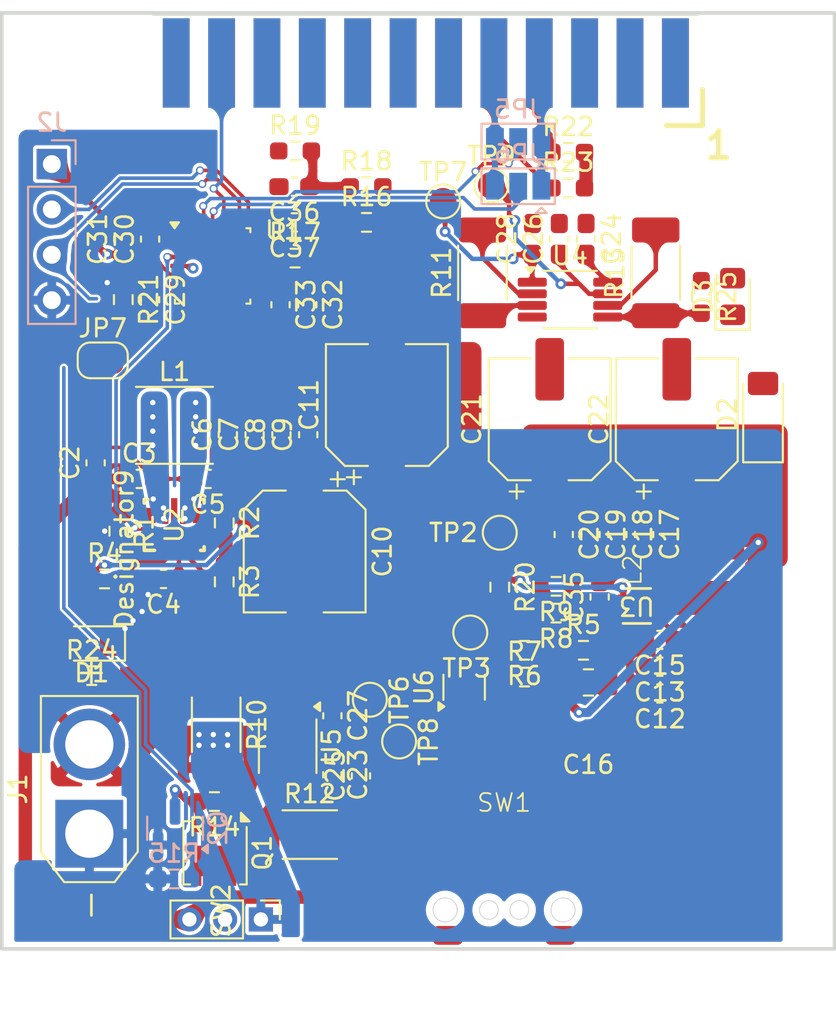
<source format=kicad_pcb>
(kicad_pcb (version 20241229) (generator "pcbnew") (generator_version "9.0")
  (layers (0 "F.Cu" signal) (2 "B.Cu" signal) (13 "F.Paste" user) (15 "B.Paste" user) (5 "F.SilkS" user "F.Silkscreen") (7 "B.SilkS" user "B.Silkscreen") (1 "F.Mask" user) (3 "B.Mask" user) (25 "Edge.Cuts" user))
  (net 0 "")
  (net 1 "GND")
  (net 2 "Net-(JP7-A)")
  (net 3 "/I_{BYPASS}_SENSE")
  (net 4 "/I_{3v3}_SENSE")
  (net 5 "Net-(JP7-B)")
  (net 6 "/I_{IN}_SENSE")
  (net 7 "/I_{5v}_SENSE")
  (net 8 "/Controlador/SWDIO")
  (net 9 "Net-(D1-A)")
  (net 10 "/Controlador/SWCLK")
  (net 11 "/C_UART_TX")
  (net 12 "/SPI.MISO")
  (net 13 "Net-(D3-A)")
  (net 14 "/SPI.CS1")
  (net 15 "/SPI.SCK")
  (net 16 "/SPI.CS0")
  (net 17 "/SPI.MOSI")
  (net 18 "/I2C0_SCL")
  (net 19 "/C_UART_RX")
  (net 20 "/Controlador/UART_RX")
  (net 21 "/Controlador/TEMP_SENSOR")
  (net 22 "/Controlador/UART_TX")
  (net 23 "Net-(U1-PA15)")
  (net 24 "Net-(Q1-G)")
  (net 25 "/BATT_BYPASS")
  (net 27 "/BYPASS_EN")
  (net 28 "/Controlador/V_{IN}_SENSE")
  (net 29 "/Controlador/V_{5V}_SENSE")
  (net 34 "Net-(U3-PG)")
  (net 35 "Net-(R20-Pad2)")
  (net 36 "/Controlador/~{RESET}")
  (net 38 "/I2C0_SDA")
  (net 39 "+5V")
  (net 40 "+3.3V")
  (net 41 "Net-(U3-FB)")
  (net 42 "Net-(L1--)")
  (net 43 "Net-(L1-+)")
  (net 44 "Net-(L2-+)")
  (net 45 "Net-(R6-Pad2)")
  (net 46 "Net-(U3-EN)")
  (net 47 "/Controlador/5V_ENABLE")
  (net 48 "Net-(U2-PS{slash}SYNC)")
  (net 49 "Net-(U2-PG)")
  (net 50 "/BATT_INPUT")
  (net 51 "/LIPO_TO_3V/3V3_OUT")
  (net 52 "+3V3")
  (net 53 "/CurrentSense_Lipo/V_IN_{1}")
  (net 54 "/BATT_BYPASS_SW/BATT_OUT")
  (net 56 "/LIPO_TO_5V/5V_OUT")
  (net 57 "/LIPO_TO_5V/AUX")
  (net 58 "/LIPO_TO_5V/FB")
  (net 59 "/Controlador/BATT_INPUT")
  (footprint "Package_SON:Diodes_PowerDI3333-8" (layer "F.Cu") (at 105.235 94.72 -90)
    (property "Reference" "Q1")
    (property "Value" "AGP30P35AP")
  )
  (footprint "Resistor_SMD:R_0603_1608Metric_Pad0.98x0.95mm_HandSolder" (layer "F.Cu") (at 121.17 79.8475 -90)
    (property "Reference" "R20")
    (property "Value" "10k")
  )
  (footprint "Package_SO:VSSOP-8_3x3mm_P0.65mm" (layer "F.Cu") (at 125.1 63.75)
    (property "Reference" "U4")
    (property "Value" "~")
  )
  (footprint "Capacitor_SMD:C_0603_1608Metric_Pad1.08x0.95mm_HandSolder" (layer "F.Cu") (at 111.8 87.05 -90)
    (property "Reference" "C27")
    (property "Value" "100n")
  )
  (footprint "Capacitor_SMD:C_0603_1608Metric_Pad1.08x0.95mm_HandSolder" (layer "F.Cu") (at 109.675 59.425 180)
    (property "Reference" "C37")
    (property "Value" "0.1u")
  )
  (footprint "Capacitor_SMD:CP_Elec_6.3x5.4" (layer "F.Cu") (at 131.076 70.4495 90)
    (property "Reference" "C22")
    (property "Value" "220u")
  )
  (footprint "Capacitor_SMD:C_0603_1608Metric_Pad1.08x0.95mm_HandSolder" (layer "F.Cu") (at 130.1285 84.2995 180)
    (property "Reference" "C13")
    (property "Value" "10u")
  )
  (footprint "AMASS:AMASS_XT30U-F_1x02_P5.0mm_Vertical" (layer "F.Cu") (at 98.2 93.65 90)
    (property "Reference" "J1")
    (property "Value" "CI_BATT")
  )
  (footprint "Resistor_SMD:R_0603_1608Metric_Pad0.98x0.95mm_HandSolder" (layer "F.Cu") (at 98.335 84.8)
    (property "Reference" "R24")
    (property "Value" "2k2")
  )
  (footprint "Resistor_SMD:R_0603_1608Metric_Pad0.98x0.95mm_HandSolder" (layer "F.Cu") (at 124.3215 81.2995 180)
    (property "Reference" "R8")
    (property "Value" "22k")
  )
  (footprint "Resistor_SMD:R_0603_1608Metric_Pad0.98x0.95mm_HandSolder" (layer "F.Cu") (at 99.05 79.3875)
    (property "Reference" "R4")
    (property "Value" "100k")
  )
  (footprint "Resistor_SMD:R_0603_1608Metric_Pad0.98x0.95mm_HandSolder" (layer "F.Cu") (at 109.7125 61.425)
    (property "Reference" "R17")
    (property "Value" "10k")
  )
  (footprint "IcaroFootprints:PSPCA_D43_Series" (layer "F.Cu") (at 132.6 78.8995 90)
    (property "Reference" "L2")
    (property "Value" "3.3u")
  )
  (footprint "Capacitor_SMD:C_0603_1608Metric_Pad1.08x0.95mm_HandSolder" (layer "F.Cu") (at 126.25 76.9 -90)
    (property "Reference" "C19")
    (property "Value" "22u")
  )
  (footprint "TestPoint:TestPoint_Pad_D1.5mm" (layer "F.Cu") (at 120.7 57.35)
    (property "Reference" "TP9")
    (property "Value" "I2")
  )
  (footprint "Capacitor_SMD:C_0603_1608Metric_Pad1.08x0.95mm_HandSolder" (layer "F.Cu") (at 101.6 63.754 -90)
    (property "Reference" "C29")
    (property "Value" "0.1u")
  )
  (footprint "Capacitor_SMD:C_0603_1608Metric_Pad1.08x0.95mm_HandSolder" (layer "F.Cu") (at 126 60.35 -90)
    (property "Reference" "C24")
    (property "Value" "100n")
  )
  (footprint "Resistor_SMD:R_2010_5025Metric_Pad1.40x2.65mm_HandSolder" (layer "F.Cu") (at 105.3 87.55 -90)
    (property "Reference" "R10")
    (property "Value" "50")
  )
  (footprint "TestPoint:TestPoint_Pad_D1.5mm" (layer "F.Cu") (at 119.519 82.3875 180)
    (property "Reference" "TP3")
    (property "Value" "3v3_PG_VCC")
  )
  (footprint "Capacitor_SMD:C_0603_1608Metric_Pad1.08x0.95mm_HandSolder" (layer "F.Cu") (at 108.95 71.3125 90)
    (property "Reference" "C8")
    (property "Value" "22u")
  )
  (footprint "Resistor_SMD:R_2010_5025Metric_Pad1.40x2.65mm_HandSolder" (layer "F.Cu") (at 129.9 62.25 90)
    (property "Reference" "R13")
    (property "Value" "50")
  )
  (footprint "Capacitor_SMD:C_0603_1608Metric_Pad1.08x0.95mm_HandSolder" (layer "F.Cu") (at 110.45 71.3125 90)
    (property "Reference" "C9")
    (property "Value" "22u")
  )
  (footprint "Capacitor_SMD:C_0603_1608Metric_Pad1.08x0.95mm_HandSolder" (layer "F.Cu") (at 130.1285 85.7995 180)
    (property "Reference" "C12")
    (property "Value" "10u")
  )
  (footprint "Resistor_SMD:R_0603_1608Metric_Pad0.98x0.95mm_HandSolder" (layer "F.Cu") (at 109.7125 55.425)
    (property "Reference" "R19")
    (property "Value" "10k")
  )
  (footprint "Package_SO:VSSOP-8_3x3mm_P0.65mm" (layer "F.Cu") (at 109.3 88.75 -90)
    (property "Reference" "U5")
    (property "Value" "~")
  )
  (footprint "Capacitor_SMD:C_0603_1608Metric_Pad1.08x0.95mm_HandSolder" (layer "F.Cu") (at 124.5 60.35 90)
    (property "Reference" "C26")
    (property "Value" "100n")
  )
  (footprint "IcaroFootprints:SideSwitch_2.7_4.65" (layer "F.Cu") (at 121.412 97.917)
    (property "Reference" "SW1")
    (property "Value" "RESET")
    (fp_circle (center -3.3 0) (end -2.625 0) (stroke (width 0.05)) (fill no) (layer "Edge.Cuts"))
    (fp_circle (center -0.85 0) (end -0.325 0) (stroke (width 0.05)) (fill no) (layer "Edge.Cuts"))
    (fp_circle (center 0.85 0) (end 1.375 0) (stroke (width 0.05)) (fill no) (layer "Edge.Cuts"))
    (fp_circle (center 3.3 0) (end 3.975 0) (stroke (width 0.05)) (fill no) (layer "Edge.Cuts"))
  )
  (footprint "Capacitor_SMD:C_0603_1608Metric_Pad1.08x0.95mm_HandSolder" (layer "F.Cu") (at 111.8 90.35 -90)
    (property "Reference" "C23")
    (property "Value" "100n")
  )
  (footprint "Capacitor_SMD:C_0603_1608Metric_Pad1.08x0.95mm_HandSolder" (layer "F.Cu") (at 108.9 64.0375 -90)
    (property "Reference" "C33")
    (property "Value" "22n")
  )
  (footprint "TestPoint:TestPoint_Pad_D1.5mm" (layer "F.Cu") (at 121.17 76.7995 180)
    (property "Reference" "TP2")
    (property "Value" "3v3_PG")
  )
  (footprint "TestPoint:TestPoint_Pad_D1.5mm" (layer "F.Cu") (at 118 58.25)
    (property "Reference" "TP7")
    (property "Value" "I1")
  )
  (footprint "Resistor_SMD:R_0603_1608Metric_Pad0.98x0.95mm_HandSolder" (layer "F.Cu") (at 122.5535 84.8815)
    (property "Reference" "R7")
    (property "Value" "22k")
  )
  (footprint "Resistor_SMD:R_2010_5025Metric_Pad1.40x2.65mm_HandSolder" (layer "F.Cu") (at 110.5375 93.7)
    (property "Reference" "R12")
    (property "Value" "50")
  )
  (footprint "IcaroFootprints:Connector_Icaro_Edge_tarjeta" (layer "F.Cu") (at 117.01 50.5)
    (property "Reference" "J3" (hide yes))
    (property "Value" "CIO_MAIN_CONNECTOR")
    (fp_line (start 15.24 -2.75) (end -15.24 -2.75) (stroke (width 0.2)) (layer "Edge.Cuts"))
  )
  (footprint "Capacitor_SMD:C_0603_1608Metric_Pad1.08x0.95mm_HandSolder" (layer "F.Cu") (at 98.55 72.8875 90)
    (property "Reference" "C2")
    (property "Value" "10u")
  )
  (footprint "Resistor_SMD:R_0603_1608Metric_Pad0.98x0.95mm_HandSolder" (layer "F.Cu") (at 105.2 91.85 180)
    (property "Reference" "R14")
    (property "Value" "1Meg")
  )
  (footprint "Connector_PinHeader_2.00mm:PinHeader_1x03_P2.00mm_Vertical" (layer "F.Cu") (at 107.8 98.45 -90)
    (property "Reference" "SW2")
    (property "Value" "SW_SPDT_312")
  )
  (footprint "Resistor_SMD:R_0603_1608Metric_Pad0.98x0.95mm_HandSolder" (layer "F.Cu") (at 100.1 63.75 -90)
    (property "Reference" "R21")
    (property "Value" "10k")
  )
  (footprint "Capacitor_SMD:CP_Elec_6.3x5.4" (layer "F.Cu") (at 110.25 77.85 -90)
    (property "Reference" "C10")
    (property "Value" "220u")
  )
  (footprint "LED_SMD:LED_0805_2012Metric_Pad1.15x1.40mm_HandSolder" (layer "F.Cu") (at 134.2 63.575 90)
    (property "Reference" "D3")
    (property "Value" "LED")
  )
  (footprint "IcaroFootprints:RNM0015A" (layer "F.Cu") (at 102.95 76.362499 90)
    (property "Reference" "U2")
    (property "Value" "TPS63070")
  )
  (footprint "Capacitor_SMD:C_0603_1608Metric_Pad1.08x0.95mm_HandSolder" (layer "F.Cu") (at 107.45 71.3125 90)
    (property "Reference" "C7")
    (property "Value" "22u")
  )
  (footprint "Capacitor_SMD:CP_Elec_6.3x5.4" (layer "F.Cu") (at 114.85 69.65 90)
    (property "Reference" "C11")
    (property "Value" "220u")
  )
  (footprint "Capacitor_SMD:C_0603_1608Metric_Pad1.08x0.95mm_HandSolder" (layer "F.Cu") (at 105.95 71.3125 90)
    (property "Reference" "C6")
    (property "Value" "22u")
  )
  (footprint "Resistor_SMD:R_0603_1608Metric_Pad0.98x0.95mm_HandSolder" (layer "F.Cu") (at 105.75 79.55 -90)
    (property "Reference" "R3")
    (property "Value" "130k")
  )
  (footprint "Capacitor_SMD:C_0603_1608Metric_Pad1.08x0.95mm_HandSolder" (layer "F.Cu") (at 130.1285 82.7995 180)
    (property "Reference" "C15")
    (property "Value" "100n")
  )
  (footprint "Diode_SMD:D_MiniMELF" (layer "F.Cu") (at 135.902 70.1955 90)
    (property "Reference" "D2")
    (property "Value" "ZMM3v3")
  )
  (footprint "Resistor_SMD:R_0603_1608Metric_Pad0.98x0.95mm_HandSolder" (layer "F.Cu") (at 99.85 76.7125 -90)
    (property "Reference" "R1")
    (property "Value" "10k")
  )
  (footprint "Resistor_SMD:R_0603_1608Metric_Pad0.98x0.95mm_HandSolder" (layer "F.Cu") (at 125 57.5)
    (property "Reference" "R23")
    (property "Value" "2k2")
  )
  (footprint "Capacitor_SMD:C_0603_1608Metric_Pad1.08x0.95mm_HandSolder" (layer "F.Cu") (at 100.9875 73.7875)
    (property "Reference" "C3")
    (property "Value" "10u")
  )
  (footprint "Resistor_SMD:R_0603_1608Metric_Pad0.98x0.95mm_HandSolder" (layer "F.Cu") (at 132.45 63.6 -90)
    (property "Reference" "R25")
    (property "Value" "2k2")
  )
  (footprint "Capacitor_SMD:C_0603_1608Metric_Pad1.08x0.95mm_HandSolder" (layer "F.Cu") (at 102.35 79.3875 180)
    (property "Reference" "C4")
    (property "Value" "10n")
  )
  (footprint "Capacitor_SMD:C_0805_2012Metric_Pad1.18x1.45mm_HandSolder" (layer "F.Cu") (at 126.1285 85.1815 180)
    (property "Reference" "C16")
    (property "Value" "30p")
  )
  (footprint "Capacitor_SMD:C_0603_1608Metric_Pad1.08x0.95mm_HandSolder" (layer "F.Cu") (at 123 60.35 90)
    (property "Reference" "C28")
    (property "Value" "100n")
  )
  (footprint "LED_SMD:LED_0805_2012Metric_Pad1.15x1.40mm_HandSolder" (layer "F.Cu") (at 98.3375 83 180)
    (property "Reference" "D1")
    (property "Value" "LED")
  )
  (footprint "Capacitor_SMD:C_0603_1608Metric_Pad1.08x0.95mm_HandSolder" (layer "F.Cu") (at 110.4 64.0375 -90)
    (property "Reference" "C32")
    (property "Value" "10u")
  )
  (footprint "Resistor_SMD:R_0603_1608Metric_Pad0.98x0.95mm_HandSolder" (layer "F.Cu") (at 125.8535 83.3815)
    (property "Reference" "R5")
    (property "Value" "10k")
  )
  (footprint "Resistor_SMD:R_0603_1608Metric_Pad0.98x0.95mm_HandSolder" (layer "F.Cu") (at 105.75 76.25 -90)
    (property "Reference" "R2")
    (property "Value" "680k")
  )
  (footprint "Capacitor_SMD:C_0603_1608Metric_Pad1.08x0.95mm_HandSolder" (layer "F.Cu") (at 124.75 76.9 -90)
    (property "Reference" "C20")
    (property "Value" "22u")
  )
  (footprint "Inductor_SMD:L_Coilcraft_XxL4040" (layer "F.Cu") (at 102.965 70.7875)
    (property "Reference" "L1")
    (property "Value" "1.5u")
  )
  (footprint "Resistor_SMD:R_0603_1608Metric_Pad0.98x0.95mm_HandSolder" (layer "F.Cu") (at 124.3215 79.7995 180)
    (property "Reference" "R9")
    (property "Value" "22k")
  )
  (footprint "Capacitor_SMD:C_0603_1608Metric_Pad1.08x0.95mm_HandSolder" (layer "F.Cu") (at 127.75 76.9 -90)
    (property "Reference" "C18")
    (property "Value" "22u")
  )
  (footprint "Capacitor_SMD:C_0603_1608Metric_Pad1.08x0.95mm_HandSolder" (layer "F.Cu") (at 126.758 80.3995 90)
    (property "Reference" "C35")
    (property "Value" "100n")
  )
  (footprint "Resistor_SMD:R_0603_1608Metric_Pad0.98x0.95mm_HandSolder" (layer "F.Cu") (at 125 55.5)
    (property "Reference" "R22")
    (property "Value" "2k2")
  )
  (footprint "TestPoint:TestPoint_Pad_D1.5mm" (layer "F.Cu") (at 115.5375 88.4875 -90)
    (property "Reference" "TP8")
    (property "Value" "I2")
  )
  (footprint "Resistor_SMD:R_0603_1608Metric_Pad0.98x0.95mm_HandSolder" (layer "F.Cu") (at 113.7125 57.425)
    (property "Reference" "R18")
    (property "Value" "10k")
  )
  (footprint "Capacitor_SMD:C_0603_1608Metric_Pad1.08x0.95mm_HandSolder" (layer "F.Cu") (at 101.6 60.3625 90)
    (property "Reference" "C30")
    (property "Value" "10u")
  )
  (footprint "Capacitor_SMD:C_0603_1608Metric_Pad1.08x0.95mm_HandSolder" (layer "F.Cu") (at 100.1 60.3625 90)
    (property "Reference" "C31")
    (property "Value" "22n")
  )
  (footprint "Resistor_SMD:R_0603_1608Metric_Pad0.98x0.95mm_HandSolder" (layer "F.Cu") (at 122.5535 83.3815 180)
    (property "Reference" "R6")
    (property "Value" "22k")
  )
  (footprint "Capacitor_SMD:CP_Elec_6.3x5.4" (layer "F.Cu") (at 123.964 70.4495 90)
    (property "Reference" "C21")
    (property "Value" "220u")
  )
  (footprint "Capacitor_SMD:C_0603_1608Metric_Pad1.08x0.95mm_HandSolder" (layer "F.Cu") (at 129.25 76.9 -90)
    (property "Reference" "C17")
    (property "Value" "22u")
  )
  (footprint "Resistor_SMD:R_2010_5025Metric_Pad1.40x2.65mm_HandSolder" (layer "F.Cu") (at 120.2 62.25 90)
    (property "Reference" "R11")
    (property "Value" "50")
  )
  (footprint "Package_DFN_QFN:QFN-28_4x4mm_P0.5mm" (layer "F.Cu") (at 105.1 61.8625)
    (property "Reference" "U1")
    (property "Value" "STM32L031G6Ux")
  )
  (footprint "Capacitor_SMD:C_0603_1608Metric_Pad1.08x0.95mm_HandSolder" (layer "F.Cu") (at 113.4 90.4125 90)
    (property "Reference" "C25")
    (property "Value" "100n")
  )
  (footprint "Jumper:SolderJumper-2_P1.3mm_Open_RoundedPad1.0x1.5mm" (layer "F.Cu") (at 98.95 67.15)
    (property "Reference" "JP7")
    (property "Value" "boot_jumper")
  )
  (footprint "Package_TO_SOT_SMD:SOT-353_SC-70-5" (layer "F.Cu") (at 119.176 85.4495 90)
    (property "Reference" "U6")
    (property "Value" "TMP20AIDCK")
  )
  (footprint "Capacitor_SMD:C_0603_1608Metric_Pad1.08x0.95mm_HandSolder" (layer "F.Cu") (at 109.675 57.425 180)
    (property "Reference" "C36")
    (property "Value" "0.1u")
  )
  (footprint "TestPoint:TestPoint_Pad_D1.5mm" (layer "F.Cu") (at 113.9 86.15 -90)
    (property "Reference" "TP6")
    (property "Value" "I1")
  )
  (footprint "Resistor_SMD:R_0603_1608Metric_Pad0.98x0.95mm_HandSolder" (layer "F.Cu") (at 113.7125 59.425)
    (property "Reference" "R16")
    (property "Value" "R_Small")
  )
  (footprint "IcaroFootprints:TPS564242DRLR_TEX" (layer "F.Cu") (at 128.8403 80.899374 180)
    (property "Reference" "U3")
    (property "Value" "~")
  )
  (footprint "Capacitor_SMD:C_0603_1608Metric_Pad1.08x0.95mm_HandSolder" (layer "F.Cu") (at 104.85 73.7875 180)
    (property "Reference" "C5")
    (property "Value" "10u")
  )
  (footprint "Jumper:SolderJumper-3_P1.3mm_Open_Pad1.0x1.5mm" (layer "B.Cu") (at 122.2 54.9 180)
    (property "Reference" "JP5")
    (property "Value" "TX")
  )
  (footprint "Jumper:SolderJumper-3_P1.3mm_Open_Pad1.0x1.5mm" (layer "B.Cu") (at 122.2 57.4 180)
    (property "Reference" "JP6")
    (property "Value" "RX")
  )
  (footprint "Package_TO_SOT_SMD:SOT-23" (layer "B.Cu") (at 102.997 93.345 90)
    (property "Reference" "Q2")
    (property "Value" "IRLM2502")
  )
  (footprint "Connector_PinHeader_2.54mm:PinHeader_1x04_P2.54mm_Vertical" (layer "B.Cu") (at 96.1 56.16 180)
    (property "Reference" "J2")
    (property "Value" "SW-DP")
  )
  (footprint "Resistor_SMD:R_0603_1608Metric_Pad0.98x0.95mm_HandSolder" (layer "B.Cu") (at 102.947 96.1825 180)
    (property "Reference" "R15")
    (property "Value" "1Meg")
  )
  (gr_rect (start 93.3 47.7) (end 139.9 100.1) (stroke (width 0.2)) (fill no) (layer "Edge.Cuts"))
  (segment (start 100.19825 82.16425) (end 100.64275 81.71975) (width 0.75) (layer "F.Cu") (net 1))
  (segment (start 100.0875 72.025) (end 98.55 72.025) (width 0.2) (layer "F.Cu") (net 1))
  (segment (start 100.58649 77.087499) (end 101.55 77.087499) (width 0.2) (layer "F.Cu") (net 1))
  (segment (start 100.1 62.8375) (end 99.2375 62.8375) (width 0.3) (layer "F.Cu") (net 1))
  (segment (start 103.926 76.5875) (end 103.699998 76.813502) (width 0.25) (layer "F.Cu") (net 1))
  (segment (start 101.85 73.7875) (end 100.0875 72.025) (width 0.2) (layer "F.Cu") (net 1))
  (segment (start 103.699998 76.813502) (end 103.699998 77.512499) (width 0.25) (layer "F.Cu") (net 1))
  (segment (start 103.235 59.5) (end 101.6 59.5) (width 0.3) (layer "F.Cu") (net 1))
  (segment (start 103.699998 78.137498) (end 105.75 80.1875) (width 0.25) (layer "F.Cu") (net 1))
  (segment (start 108.7125 61.425) (end 108.7125 59.5) (width 0.5) (layer "F.Cu") (net 1))
  (segment (start 100.1 59.5) (end 101.6 59.5) (width 0.6) (layer "F.Cu") (net 1))
  (segment (start 101.15075 81.21175) (end 101.4875 80.875) (width 0.75) (layer "F.Cu") (net 1))
  (segment (start 104.35 76.5875) (end 103.926 76.5875) (width 0.25) (layer "F.Cu") (net 1))
  (segment (start 103.9875 73.7875) (end 101.85 73.7875) (width 0.2) (layer "F.Cu") (net 1))
  (segment (start 103.699998 77.512499) (end 103.699998 78.137498) (width 0.25) (layer "F.Cu") (net 1))
  (segment (start 103.235 59.5) (end 103.6 59.865) (width 0.3) (layer "F.Cu") (net 1))
  (segment (start 100.206991 76.708) (end 100.58649 77.087499) (width 0.2) (layer "F.Cu") (net 1))
  (segment (start 101.4875 80.264) (end 101.4875 79.3875) (width 0.75) (layer "F.Cu") (net 1))
  (segment (start 101.4875 80.875) (end 101.4875 80.264) (width 0.75) (layer "F.Cu") (net 1))
  (segment (start 99.3625 83) (end 100.19825 82.16425) (width 0.75) (layer "F.Cu") (net 1))
  (segment (start 108.7125 59.5) (end 108.6375 59.425) (width 0.5) (layer "F.Cu") (net 1))
  (segment (start 99.06 76.708) (end 100.206991 76.708) (width 0.2) (layer "F.Cu") (net 1))
  (segment (start 110.45 70.45) (end 105.95 70.45) (width 0.75) (layer "F.Cu") (net 1))
  (segment (start 99.2375 62.8375) (end 99.2 62.8) (width 0.3) (layer "F.Cu") (net 1))
  (segment (start 100.64275 81.71975) (end 101.15075 81.21175) (width 0.75) (layer "F.Cu") (net 1))
  (via (at 101.4875 80.264) (size 0.6) (drill 0.3) (layers "F.Cu" "B.Cu") (net 1))
  (via (at 100.64275 81.71975) (size 0.6) (drill 0.3) (layers "F.Cu" "B.Cu") (net 1))
  (via (at 100.19825 82.16425) (size 0.6) (drill 0.3) (layers "F.Cu" "B.Cu") (net 1))
  (via (at 99.2 62.8) (size 0.45) (drill 0.3) (layers "F.Cu" "B.Cu") (net 1))
  (via (at 101.15075 81.21175) (size 0.6) (drill 0.3) (layers "F.Cu" "B.Cu") (net 1))
  (via (at 99.06 76.708) (size 0.45) (drill 0.3) (layers "F.Cu" "B.Cu") (net 1))
  (segment (start 112.6 92.075) (end 113.4 91.275) (width 0.2) (layer "F.Cu") (net 3))
  (segment (start 109.625 90.8625) (end 109.625 91.674999) (width 0.2) (layer "F.Cu") (net 3))
  (segment (start 110.025001 92.075) (end 112.6 92.075) (width 0.2) (layer "F.Cu") (net 3))
  (segment (start 109.625 91.674999) (end 110.025001 92.075) (width 0.2) (layer "F.Cu") (net 3))
  (segment (start 125.6725 62.9225) (end 125.615 62.865) (width 0.25) (layer "F.Cu") (net 4))
  (segment (start 125.6725 62.9225) (end 126.175 63.425) (width 0.25) (layer "F.Cu") (net 4))
  (segment (start 122.021268 59.314402) (end 121.692993 58.986127) (width 0.25) (layer "F.Cu") (net 4))
  (segment (start 124.5 61.75) (end 125.6725 62.9225) (width 0.25) (layer "F.Cu") (net 4))
  (segment (start 124.5 61.2125) (end 124.5 61.75) (width 0.25) (layer "F.Cu") (net 4))
  (segment (start 121.692993 58.986127) (end 121.692993 58.342993) (width 0.25) (layer "F.Cu") (net 4))
  (segment (start 121.692993 58.342993) (end 120.7 57.35) (width 0.25) (layer "F.Cu") (net 4))
  (segment (start 125.615 62.865) (end 124.587 62.865) (width 0.25) (layer "F.Cu") (net 4))
  (segment (start 126.175 63.425) (end 127.2125 63.425) (width 0.25) (layer "F.Cu") (net 4))
  (via (at 122.021268 59.314402) (size 0.6) (drill 0.3) (layers "F.Cu" "B.Cu") (net 4))
  (via (at 124.587 62.865) (size 0.6) (drill 0.3) (layers "F.Cu" "B.Cu") (net 4))
  (segment (start 122.021268 59.314402) (end 122.047 59.340134) (width 0.25) (layer "B.Cu") (net 4))
  (segment (start 122.047 59.340134) (end 122.047 60.325) (width 0.25) (layer "B.Cu") (net 4))
  (segment (start 122.047 60.325) (end 124.587 62.865) (width 0.25) (layer "B.Cu") (net 4))
  (segment (start 122.9875 62.775) (end 122.9875 61.225) (width 0.25) (layer "F.Cu") (net 7))
  (segment (start 122.9875 61.225) (end 123 61.2125) (width 0.25) (layer "F.Cu") (net 7))
  (segment (start 118.11 59.944) (end 118.11 58.36) (width 0.25) (layer "F.Cu") (net 7))
  (segment (start 122.1755 61.2125) (end 121.92 61.468) (width 0.25) (layer "F.Cu") (net 7))
  (segment (start 123 61.2125) (end 122.1755 61.2125) (width 0.25) (layer "F.Cu") (net 7))
  (segment (start 118.11 58.36) (end 118 58.25) (width 0.25) (layer "F.Cu") (net 7))
  (via (at 118.11 59.944) (size 0.6) (drill 0.3) (layers "F.Cu" "B.Cu") (net 7))
  (via (at 121.92 61.468) (size 0.6) (drill 0.3) (layers "F.Cu" "B.Cu") (net 7))
  (segment (start 121.92 61.468) (end 119.634 61.468) (width 0.25) (layer "B.Cu") (net 7))
  (segment (start 119.634 61.468) (end 118.11 59.944) (width 0.25) (layer "B.Cu") (net 7))
  (segment (start 107.0975 60.3625) (end 107.0975 58.29446) (width 0.2) (layer "F.Cu") (net 8))
  (segment (start 107.0975 58.29446) (end 105.31804 56.515) (width 0.2) (layer "F.Cu") (net 8))
  (segment (start 105.31804 56.515) (end 104.394 56.515) (width 0.2) (layer "F.Cu") (net 8))
  (via (at 104.394 56.515) (size 0.45) (drill 0.3) (layers "F.Cu" "B.Cu") (net 8))
  (segment (start 99.735 57.141138) (end 98.176138 58.7) (width 0.2) (layer "B.Cu") (net 8))
  (segment (start 100.198862 56.949) (end 100.023 56.949) (width 0.2) (layer "B.Cu") (net 8))
  (segment (start 104.394 56.515) (end 103.96 56.949) (width 0.2) (layer "B.Cu") (net 8))
  (segment (start 103.96 56.949) (end 100.198862 56.949) (width 0.2) (layer "B.Cu") (net 8))
  (segment (start 98.176138 58.7) (end 96.1 58.7) (width 0.2) (layer "B.Cu") (net 8))
  (segment (start 99.927138 56.949) (end 99.735 57.141138) (width 0.2) (layer "B.Cu") (net 8))
  (segment (start 100.023 56.949) (end 99.927138 56.949) (width 0.2) (layer "B.Cu") (net 8))
  (segment (start 97.315 84.69) (end 97.425 84.8) (width 0.2) (layer "F.Cu") (net 9))
  (segment (start 97.3125 84.69) (end 97.4225 84.8) (width 0.3) (layer "F.Cu") (net 9))
  (segment (start 97.3125 83) (end 97.3125 84.69) (width 0.3) (layer "F.Cu") (net 9))
  (segment (start 105.365178 57.026) (end 104.772 57.026) (width 0.2) (layer "F.Cu") (net 10))
  (segment (start 106.6 59.865) (end 106.6 58.260822) (width 0.2) (layer "F.Cu") (net 10))
  (segment (start 106.6 58.260822) (end 105.365178 57.026) (width 0.2) (layer "F.Cu") (net 10))
  (segment (start 104.772 57.026) (end 104.521 57.277) (width 0.2) (layer "F.Cu") (net 10))
  (via (at 104.521 57.277) (size 0.45) (drill 0.3) (layers "F.Cu" "B.Cu") (net 10))
  (segment (start 98.2 63.7) (end 96.3 61.8) (width 0.2) (layer "B.Cu") (net 10))
  (segment (start 104.521 57.277) (end 100.063 57.277) (width 0.2) (layer "B.Cu") (net 10))
  (segment (start 96.3 61.8) (end 96.3 61) (width 0.2) (layer "B.Cu") (net 10))
  (segment (start 100.063 57.277) (end 96.1 61.24) (width 0.2) (layer "B.Cu") (net 10))
  (segment (start 98.6 63.7) (end 98.2 63.7) (width 0.2) (layer "B.Cu") (net 10))
  (segment (start 123.5 50.62) (end 123.38 50.5) (width 0.3) (layer "B.Cu") (net 11))
  (segment (start 123.5 57.4) (end 123.5 54.9) (width 0.3) (layer "B.Cu") (net 11))
  (segment (start 123.5 54.9) (end 123.5 50.62) (width 0.3) (layer "B.Cu") (net 11))
  (segment (start 105.724999 58.099999) (end 105.156 57.531) (width 0.2) (layer "F.Cu") (net 15))
  (segment (start 105.724999 59.800001) (end 105.724999 58.099999) (width 0.2) (layer "F.Cu") (net 15))
  (segment (start 105.6 59.925) (end 105.724999 59.800001) (width 0.2) (layer "F.Cu") (net 15))
  (via (at 105.156 57.531) (size 0.45) (drill 0.3) (layers "F.Cu" "B.Cu") (net 15))
  (segment (start 105.6 57.087) (end 105.6 50.5) (width 0.2) (layer "B.Cu") (net 15))
  (segment (start 105.156 57.531) (end 105.6 57.087) (width 0.2) (layer "B.Cu") (net 15))
  (segment (start 124 57.5) (end 120.84 54.34) (width 0.25) (layer "F.Cu") (net 18))
  (segment (start 120.84 54.34) (end 120.84 50.5) (width 0.25) (layer "F.Cu") (net 18))
  (segment (start 120.9 54.9) (end 120.9 50.56) (width 0.3) (layer "B.Cu") (net 19))
  (segment (start 120.9 50.56) (end 120.84 50.5) (width 0.3) (layer "B.Cu") (net 19))
  (segment (start 120.9 57.4) (end 120.9 54.9) (width 0.3) (layer "B.Cu") (net 19))
  (segment (start 119.814371 56.577801) (end 120.258172 56.134) (width 0.2) (layer "F.Cu") (net 20))
  (segment (start 104.57462 58.51031) (end 104.6 58.53569) (width 0.2) (layer "F.Cu") (net 20))
  (segment (start 104.6 58.53569) (end 104.6 59.925) (width 0.2) (layer "F.Cu") (net 20))
  (segment (start 120.258172 56.134) (end 121.666 56.134) (width 0.2) (layer "F.Cu") (net 20))
  (via (at 104.57462 58.51031) (size 0.45) (drill 0.3) (layers "F.Cu" "B.Cu") (net 20))
  (via (at 119.814371 56.577801) (size 0.45) (drill 0.3) (layers "F.Cu" "B.Cu") (net 20))
  (via (at 121.666 56.134) (size 0.45) (drill 0.3) (layers "F.Cu" "B.Cu") (net 20))
  (segment (start 122.174 54.926) (end 122.2 54.9) (width 0.2) (layer "B.Cu") (net 20))
  (segment (start 104.57462 58.51031) (end 104.696379 58.388551) (width 0.2) (layer "B.Cu") (net 20))
  (segment (start 122.174 55.626) (end 122.174 54.926) (width 0.2) (layer "B.Cu") (net 20))
  (segment (start 104.696379 58.388551) (end 104.696379 58.371621) (width 0.2) (layer "B.Cu") (net 20))
  (segment (start 119.814371 56.715629) (end 119.814371 56.577801) (width 0.2) (layer "B.Cu") (net 20))
  (segment (start 121.666 56.134) (end 122.174 55.626) (width 0.2) (layer "B.Cu") (net 20))
  (segment (start 104.976 58.092) (end 109.338138 58.092) (width 0.2) (layer "B.Cu") (net 20))
  (segment (start 109.719138 57.711) (end 118.819 57.711) (width 0.2) (layer "B.Cu") (net 20))
  (segment (start 109.338138 58.092) (end 109.719138 57.711) (width 0.2) (layer "B.Cu") (net 20))
  (segment (start 104.696379 58.371621) (end 104.976 58.092) (width 0.2) (layer "B.Cu") (net 20))
  (segment (start 118.819 57.711) (end 119.814371 56.715629) (width 0.2) (layer "B.Cu") (net 20))
  (segment (start 105.156 58.801) (end 105.1 58.857) (width 0.2) (layer "F.Cu") (net 22))
  (segment (start 105.1 58.857) (end 105.1 59.925) (width 0.2) (layer "F.Cu") (net 22))
  (via (at 105.156 58.801) (size 0.45) (drill 0.3) (layers "F.Cu" "B.Cu") (net 22))
  (segment (start 121.876 58.674) (end 122.2 58.35) (width 0.2) (layer "B.Cu") (net 22))
  (segment (start 119.126 58.039) (end 119.761 58.674) (width 0.2) (layer "B.Cu") (net 22))
  (segment (start 122.2 58.35) (end 122.2 57.4) (width 0.2) (layer "B.Cu") (net 22))
  (segment (start 105.537 58.42) (end 109.474 58.42) (width 0.2) (layer "B.Cu") (net 22))
  (segment (start 119.761 58.674) (end 121.876 58.674) (width 0.2) (layer "B.Cu") (net 22))
  (segment (start 109.855 58.039) (end 119.126 58.039) (width 0.2) (layer "B.Cu") (net 22))
  (segment (start 109.474 58.42) (end 109.855 58.039) (width 0.2) (layer "B.Cu") (net 22))
  (segment (start 105.156 58.801) (end 105.537 58.42) (width 0.2) (layer "B.Cu") (net 22))
  (segment (start 103.661 91.85) (end 102.997 91.186) (width 0.3) (layer "F.Cu") (net 24))
  (segment (start 104.2875 91.85) (end 103.661 91.85) (width 0.3) (layer "F.Cu") (net 24))
  (segment (start 104.2875 91.85) (end 104.2875 93.1925) (width 0.3) (layer "F.Cu") (net 24))
  (segment (start 104.2875 93.1925) (end 104.26 93.22) (width 0.3) (layer "F.Cu") (net 24))
  (via (at 102.997 91.186) (size 0.6) (drill 0.3) (layers "F.Cu" "B.Cu") (net 24))
  (segment (start 102.997 91.186) (end 102.997 92.4075) (width 0.3) (layer "B.Cu") (net 24))
  (segment (start 108.975 90.8625) (end 108.975 91.674999) (width 0.2) (layer "F.Cu") (net 25))
  (segment (start 108.975 91.674999) (end 111.000001 93.7) (width 0.2) (layer "F.Cu") (net 25))
  (segment (start 111.000001 93.7) (end 112.9375 93.7) (width 0.2) (layer "F.Cu") (net 25))
  (segment (start 103.947 94.2825) (end 103.947 91.247) (width 0.2) (layer "B.Cu") (net 27))
  (segment (start 96.774 81.026) (end 96.774 67.564) (width 0.2) (layer "B.Cu") (net 27))
  (segment (start 101.346 88.646) (end 101.346 85.598) (width 0.2) (layer "B.Cu") (net 27))
  (segment (start 103.947 91.247) (end 101.346 88.646) (width 0.2) (layer "B.Cu") (net 27))
  (segment (start 103.947 96.095) (end 103.8595 96.1825) (width 0.2) (layer "B.Cu") (net 27))
  (segment (start 103.947 94.2825) (end 103.947 96.095) (width 0.2) (layer "B.Cu") (net 27))
  (segment (start 101.346 85.598) (end 96.774 81.026) (width 0.2) (layer "B.Cu") (net 27))
  (segment (start 112.7125 59.425) (end 110.7125 59.425) (width 0.5) (layer "F.Cu") (net 28))
  (segment (start 110.7125 59.425) (end 110.7125 61.425) (width 0.5) (layer "F.Cu") (net 28))
  (segment (start 112.7125 57.425) (end 110.7875 57.425) (width 0.5) (layer "F.Cu") (net 29))
  (segment (start 110.7125 57.425) (end 110.7125 55.425) (width 0.5) (layer "F.Cu") (net 29))
  (segment (start 121.7015 79.4665) (end 121.17 78.935) (width 0.3) (layer "F.Cu") (net 34))
  (segment (start 122.313 79.4665) (end 121.7015 79.4665) (width 0.3) (layer "F.Cu") (net 34))
  (segment (start 128.091 80.399248) (end 128.091 79.9105) (width 0.3) (layer "F.Cu") (net 34))
  (segment (start 121.17 78.935) (end 121.17 76.7995) (width 0.3) (layer "F.Cu") (net 34))
  (segment (start 128.091 79.9105) (end 128.028 79.8475) (width 0.3) (layer "F.Cu") (net 34))
  (via (at 128.028 79.8475) (size 0.6) (drill 0.3) (layers "F.Cu" "B.Cu") (net 34))
  (via (at 122.313 79.4665) (size 0.6) (drill 0.3) (layers "F.Cu" "B.Cu") (net 34))
  (segment (start 122.694 79.8475) (end 128.028 79.8475) (width 0.3) (layer "B.Cu") (net 34))
  (segment (start 122.313 79.4665) (end 122.694 79.8475) (width 0.3) (layer "B.Cu") (net 34))
  (segment (start 121.1465 80.76) (end 119.519 82.3875) (width 0.3) (layer "F.Cu") (net 35))
  (segment (start 121.17 80.76) (end 121.1465 80.76) (width 0.3) (layer "F.Cu") (net 35))
  (segment (start 103.878016 61.8625) (end 104.009621 61.994105) (width 0.2) (layer "F.Cu") (net 36))
  (segment (start 103.1625 61.8625) (end 103.878016 61.8625) (width 0.2) (layer "F.Cu") (net 36))
  (via (at 104.009621 61.994105) (size 0.6) (drill 0.3) (layers "F.Cu" "B.Cu") (net 36))
  (segment (start 124 55.5) (end 124 54.5) (width 0.25) (layer "F.Cu") (net 38))
  (segment (start 123.38 53.88) (end 123.38 50.5) (width 0.25) (layer "F.Cu") (net 38))
  (segment (start 124 54.5) (end 123.38 53.88) (width 0.25) (layer "F.Cu") (net 38))
  (segment (start 120.2 61.399) (end 120.2 59.85) (width 0.25) (layer "F.Cu") (net 39))
  (segment (start 122.226 63.425) (end 120.2 61.399) (width 0.25) (layer "F.Cu") (net 39))
  (segment (start 122.9875 63.425) (end 122.226 63.425) (width 0.25) (layer "F.Cu") (net 39))
  (segment (start 99.225 61.225) (end 100.1 61.225) (width 0.2) (layer "F.Cu") (net 40))
  (segment (start 127.2125 64.075) (end 127.913038 64.075) (width 0.25) (layer "F.Cu") (net 40))
  (segment (start 99.2 61.2) (end 99.225 61.225) (width 0.2) (layer "F.Cu") (net 40))
  (segment (start 108.0875 62.3625) (end 108.9 63.175) (width 0.2) (layer "F.Cu") (net 40))
  (segment (start 126 55.5) (end 126 57.5) (width 0.75) (layer "F.Cu") (net 40))
  (segment (start 102.7375 62.3625) (end 101.6 61.225) (width 0.2) (layer "F.Cu") (net 40))
  (segment (start 99.173 61.2) (end 99.2 61.2) (width 0.3) (layer "F.Cu") (net 40))
  (segment (start 103.1625 62.3625) (end 102.7375 62.3625) (width 0.2) (layer "F.Cu") (net 40))
  (segment (start 96.1 56.16) (end 98.806 58.866) (width 0.3) (layer "F.Cu") (net 40))
  (segment (start 101.6 61.225) (end 102.4625 60.3625) (width 0.2) (layer "F.Cu") (net 40))
  (segment (start 108.9 63.175) (end 110.4 63.175) (width 0.2) (layer "F.Cu") (net 40))
  (segment (start 102.4625 60.3625) (end 103.1025 60.3625) (width 0.2) (layer "F.Cu") (net 40))
  (segment (start 127.913038 64.075) (end 129.9 62.088038) (width 0.25) (layer "F.Cu") (net 40))
  (segment (start 100.1 61.225) (end 101.6 61.225) (width 0.2) (layer "F.Cu") (net 40))
  (segment (start 98.806 58.866) (end 98.806 60.833) (width 0.3) (layer "F.Cu") (net 40))
  (segment (start 98.806 60.833) (end 99.173 61.2) (width 0.3) (layer "F.Cu") (net 40))
  (segment (start 129.9 62.088038) (end 129.9 59.85) (width 0.25) (layer "F.Cu") (net 40))
  (segment (start 107.0375 62.3625) (end 108.0875 62.3625) (width 0.2) (layer "F.Cu") (net 40))
  (via (at 99.2 61.2) (size 0.6) (drill 0.3) (layers "F.Cu" "B.Cu") (net 40))
  (segment (start 127.103 82.3875) (end 125.935 82.3875) (width 0.3) (layer "F.Cu") (net 41))
  (segment (start 125.935 82.3875) (end 124.941 83.3815) (width 0.3) (layer "F.Cu") (net 41))
  (segment (start 124.941 83.3815) (end 123.466 83.3815) (width 0.3) (layer "F.Cu") (net 41))
  (segment (start 127.166 85.1815) (end 126.741 85.1815) (width 0.3) (layer "F.Cu") (net 41))
  (segment (start 128.091 81.3995) (end 127.103 82.3875) (width 0.3) (layer "F.Cu") (net 41))
  (segment (start 126.741 85.1815) (end 124.941 83.3815) (width 0.3) (layer "F.Cu") (net 41))
  (segment (start 103.449999 75.587499) (end 103.449999 75.512501) (width 0.25) (layer "F.Cu") (net 42))
  (segment (start 103.449999 75.512501) (end 104.05 74.9125) (width 0.25) (layer "F.Cu") (net 42))
  (via (at 103.55 75.4125) (size 0.45) (drill 0.3) (layers "F.Cu" "B.Cu") (net 42))
  (via (at 104.15 71.9125) (size 0.6) (drill 0.3) (layers "F.Cu" "B.Cu") (net 42))
  (via (at 104.05 74.9125) (size 0.45) (drill 0.3) (layers "F.Cu" "B.Cu") (net 42))
  (via (at 104.15 71.1125) (size 0.6) (drill 0.3) (layers "F.Cu" "B.Cu") (net 42))
  (via (at 103.55 76.0125) (size 0.45) (drill 0.3) (layers "F.Cu" "B.Cu") (net 42))
  (via (at 104.15 70.3125) (size 0.6) (drill 0.3) (layers "F.Cu" "B.Cu") (net 42))
  (via (at 104.15 69.5125) (size 0.6) (drill 0.3) (layers "F.Cu" "B.Cu") (net 42))
  (segment (start 101.75 74.9125) (end 101.775002 74.9125) (width 0.25) (layer "F.Cu") (net 43))
  (segment (start 102.450001 75.587499) (end 101.775002 74.9125) (width 0.25) (layer "F.Cu") (net 43))
  (via (at 101.75 69.5125) (size 0.6) (drill 0.3) (layers "F.Cu" "B.Cu") (net 43))
  (via (at 101.75 71.1125) (size 0.6) (drill 0.3) (layers "F.Cu" "B.Cu") (net 43))
  (via (at 101.775002 74.9125) (size 0.45) (drill 0.3) (layers "F.Cu" "B.Cu") (net 43))
  (via (at 102.35 76.0125) (size 0.45) (drill 0.3) (layers "F.Cu" "B.Cu") (net 43))
  (via (at 101.75 71.9125) (size 0.6) (drill 0.3) (layers "F.Cu" "B.Cu") (net 43))
  (via (at 102.35 75.4125) (size 0.45) (drill 0.3) (layers "F.Cu" "B.Cu") (net 43))
  (via (at 101.75 70.3125) (size 0.6) (drill 0.3) (layers "F.Cu" "B.Cu") (net 43))
  (segment (start 129.5896 80.899374) (end 132.641126 80.899374) (width 0.2) (layer "F.Cu") (net 44))
  (segment (start 132.641126 80.899374) (end 133.091 80.4495) (width 0.2) (layer "F.Cu") (net 44))
  (segment (start 121.641 83.3815) (end 121.641 84.8815) (width 0.3) (layer "F.Cu") (net 45))
  (segment (start 125.2715 81.262) (end 125.234 81.2995) (width 0.3) (layer "F.Cu") (net 46))
  (segment (start 125.234 81.2995) (end 124.909 81.2995) (width 0.3) (layer "F.Cu") (net 46))
  (segment (start 127.120626 80.899374) (end 126.758 81.262) (width 0.3) (layer "F.Cu") (net 46))
  (segment (start 126.758 81.262) (end 125.2715 81.262) (width 0.3) (layer "F.Cu") (net 46))
  (segment (start 128.091 80.899374) (end 127.120626 80.899374) (width 0.3) (layer "F.Cu") (net 46))
  (segment (start 124.909 81.2995) (end 123.409 79.7995) (width 0.3) (layer "F.Cu") (net 46))
  (segment (start 100.75 76.5125) (end 100.825 76.5875) (width 0.2) (layer "F.Cu") (net 47))
  (segment (start 102.5375 61.3625) (end 102.5 61.4) (width 0.2) (layer "F.Cu") (net 47))
  (segment (start 100.825 76.5875) (end 101.55 76.5875) (width 0.2) (layer "F.Cu") (net 47))
  (segment (start 103.1625 61.3625) (end 102.5625 61.3625) (width 0.2) (layer "F.Cu") (net 47))
  (segment (start 102.5375 61.3625) (end 102.5625 61.3625) (width 0.2) (layer "F.Cu") (net 47))
  (via (at 102.5625 61.3625) (size 0.45) (drill 0.3) (layers "F.Cu" "B.Cu") (net 47))
  (via (at 100.75 76.5125) (size 0.45) (drill 0.3) (layers "F.Cu" "B.Cu") (net 47))
  (segment (start 102.5625 61.3625) (end 102.5625 65.3315) (width 0.2) (layer "B.Cu") (net 47))
  (segment (start 99.695 68.199) (end 99.695 75.4575) (width 0.2) (layer "B.Cu") (net 47))
  (segment (start 99.695 75.4575) (end 100.75 76.5125) (width 0.2) (layer "B.Cu") (net 47))
  (segment (start 102.5625 65.3315) (end 99.695 68.199) (width 0.2) (layer "B.Cu") (net 47))
  (segment (start 102.199999 77.512499) (end 100.162499 77.512499) (width 0.25) (layer "F.Cu") (net 48))
  (segment (start 100.162499 77.512499) (end 100.15 77.5) (width 0.25) (layer "F.Cu") (net 48))
  (segment (start 102.699998 78.062498) (end 102.349996 78.4125) (width 0.25) (layer "F.Cu") (net 49))
  (segment (start 100.9375 78.4125) (end 99.9625 79.3875) (width 0.25) (layer "F.Cu") (net 49))
  (segment (start 102.349996 78.4125) (end 100.9375 78.4125) (width 0.25) (layer "F.Cu") (net 49))
  (segment (start 102.699998 77.512499) (end 102.699998 78.062498) (width 0.25) (layer "F.Cu") (net 49))
  (segment (start 109.625 87.449999) (end 107.124999 89.95) (width 0.3) (layer "F.Cu") (net 50))
  (segment (start 109.625 86.6375) (end 109.625 87.449999) (width 0.3) (layer "F.Cu") (net 50))
  (segment (start 107.124999 89.95) (end 105.3 89.95) (width 0.3) (layer "F.Cu") (net 50))
  (via (at 105.9375 88.7) (size 0.45) (drill 0.3) (layers "F.Cu" "B.Cu") (net 50))
  (via (at 105.1375 88.1) (size 0.45) (drill 0.3) (layers "F.Cu" "B.Cu") (net 50))
  (via (at 104.3375 88.1) (size 0.45) (drill 0.3) (layers "F.Cu" "B.Cu") (net 50))
  (via (at 105.9375 88.1) (size 0.45) (drill 0.3) (layers "F.Cu" "B.Cu") (net 50))
  (via (at 104.3375 88.7) (size 0.45) (drill 0.3) (layers "F.Cu" "B.Cu") (net 50))
  (via (at 105.1375 88.7) (size 0.45) (drill 0.3) (layers "F.Cu" "B.Cu") (net 50))
  (segment (start 129.825 64.725) (end 129.9 64.65) (width 0.25) (layer "F.Cu") (net 51))
  (segment (start 125.091 85.1815) (end 125.091 86.356) (width 0.5) (layer "F.Cu") (net 51))
  (segment (start 127.2125 64.725) (end 129.825 64.725) (width 0.25) (layer "F.Cu") (net 51))
  (segment (start 127.75 76.0375) (end 124.75 76.0375) (width 0.6) (layer "F.Cu") (net 51))
  (segment (start 132.6 77.3495) (end 135.6295 77.3495) (width 0.5) (layer "F.Cu") (net 51))
  (segment (start 124.791 84.8815) (end 125.091 85.1815) (width 0.5) (layer "F.Cu") (net 51))
  (segment (start 132.45 64.5125) (end 130.0375 64.5125) (width 0.25) (layer "F.Cu") (net 51))
  (segment (start 125.091 86.356) (end 125.603 86.868) (width 0.5) (layer "F.Cu") (net 51))
  (segment (start 123.466 84.8815) (end 124.791 84.8815) (width 0.5) (layer "F.Cu") (net 51))
  (segment (start 135.636 77.343) (end 135.6295 77.3495) (width 0.5) (layer "F.Cu") (net 51))
  (segment (start 130.0375 64.5125) (end 129.9 64.65) (width 0.25) (layer "F.Cu") (net 51))
  (via (at 125.603 86.868) (size 0.6) (drill 0.3) (layers "F.Cu" "B.Cu") (net 51))
  (via (at 135.636 77.343) (size 0.6) (drill 0.3) (layers "F.Cu" "B.Cu") (net 51))
  (segment (start 125.603 86.868) (end 126.111 86.868) (width 0.5) (layer "B.Cu") (net 51))
  (segment (start 126.111 86.868) (end 135.636 77.343) (width 0.5) (layer "B.Cu") (net 51))
  (segment (start 126 61.5625) (end 127.2125 62.775) (width 0.25) (layer "F.Cu") (net 52))
  (segment (start 126 61.2125) (end 126 61.5625) (width 0.25) (layer "F.Cu") (net 52))
  (segment (start 108.975 85.825001) (end 108.299999 85.15) (width 0.3) (layer "F.Cu") (net 53))
  (segment (start 108.299999 85.15) (end 105.3 85.15) (width 0.3) (layer "F.Cu") (net 53))
  (segment (start 108.975 86.6375) (end 108.975 85.825001) (width 0.3) (layer "F.Cu") (net 53))
  (segment (start 106.6625 95.175) (end 108.1375 93.7) (width 1.5) (layer "F.Cu") (net 54))
  (segment (start 108.325 93.5125) (end 108.1375 93.7) (width 0.3) (layer "F.Cu") (net 54))
  (segment (start 105.235 95.175) (end 106.6625 95.175) (width 1.5) (layer "F.Cu") (net 54))
  (segment (start 108.325 90.8625) (end 108.325 93.5125) (width 0.3) (layer "F.Cu") (net 54))
  (segment (start 98.9125 78.6125) (end 98.1375 79.3875) (width 0.25) (layer "F.Cu") (net 56))
  (segment (start 105.75 75.3375) (end 104.849999 75.3375) (width 0.25) (layer "F.Cu") (net 56))
  (segment (start 106.8 76.3875) (end 105.75 75.3375) (width 0.25) (layer "F.Cu") (net 56))
  (segment (start 106.8 76.5625) (end 106.8 76.3875) (width 0.25) (layer "F.Cu") (net 56))
  (segment (start 120.775 64.075) (end 120.2 64.65) (width 0.25) (layer "F.Cu") (net 56))
  (segment (start 122.9875 64.075) (end 120.775 64.075) (width 0.25) (layer "F.Cu") (net 56))
  (segment (start 99.05 78.6125) (end 98.9125 78.6125) (width 0.25) (layer "F.Cu") (net 56))
  (segment (start 104.849999 75.3375) (end 104.35 75.837499) (width 0.25) (layer "F.Cu") (net 56))
  (via (at 106.8 76.5625) (size 0.6) (drill 0.3) (layers "F.Cu" "B.Cu") (net 56))
  (via (at 99.05 78.6125) (size 0.6) (drill 0.3) (layers "F.Cu" "B.Cu") (net 56))
  (segment (start 99.05 78.6125) (end 104.75 78.6125) (width 0.25) (layer "B.Cu") (net 56))
  (segment (start 104.75 78.6125) (end 106.8 76.5625) (width 0.25) (layer "B.Cu") (net 56))
  (segment (start 103.2125 79.3875) (end 103.2125 77.524999) (width 0.25) (layer "F.Cu") (net 57))
  (segment (start 103.2125 77.524999) (end 103.2 77.512499) (width 0.25) (layer "F.Cu") (net 57))
  (segment (start 104.35 77.087499) (end 105.674999 77.087499) (width 0.25) (layer "F.Cu") (net 58))
  (segment (start 105.75 77.1625) (end 105.75 78.6375) (width 0.5) (layer "F.Cu") (net 58))
  (segment (start 105.674999 77.087499) (end 105.75 77.1625) (width 0.25) (layer "F.Cu") (net 58))
  (segment (start 100.125 73.7875) (end 98.5875 73.7875) (width 0.25) (layer "F.Cu") (net 59))
  (segment (start 101.55 75.837499) (end 100.312499 75.837499) (width 0.25) (layer "F.Cu") (net 59))
  (segment (start 130.991 87.703) (end 130.991 85.7995) (width 0.75) (layer "F.Cu") (net 59))
  (segment (start 130.991 85.7995) (end 130.991 82.7995) (width 0.75) (layer "F.Cu") (net 59))
  (segment (start 103.8 98.45) (end 105.051 97.199) (width 0.75) (layer "F.Cu") (net 59))
  (segment (start 99.95 75.475) (end 99.95 73.9625) (width 0.25) (layer "F.Cu") (net 59))
  (segment (start 114.129 97.199) (end 118.491 92.837) (width 0.75) (layer "F.Cu") (net 59))
  (segment (start 129.5896 81.3995) (end 129.9135 81.3995) (width 0.25) (layer "F.Cu") (net 59))
  (segment (start 94.615 95.758) (end 94.615 77.685) (width 0.75) (layer "F.Cu") (net 59))
  (segment (start 125.857 92.837) (end 130.991 87.703) (width 0.75) (layer "F.Cu") (net 59))
  (segment (start 94.615 77.685) (end 98.55 73.75) (width 0.75) (layer "F.Cu") (net 59))
  (segment (start 130.991 82.477) (end 130.991 82.7995) (width 0.25) (layer "F.Cu") (net 59))
  (segment (start 97.307 98.45) (end 94.615 95.758) (width 0.75) (layer "F.Cu") (net 59))
  (segment (start 105.051 97.199) (end 114.129 97.199) (width 0.75) (layer "F.Cu") (net 59))
  (segment (start 129.9135 81.3995) (end 130.991 82.477) (width 0.25) (layer "F.Cu") (net 59))
  (segment (start 98.5875 73.7875) (end 98.55 73.75) (width 0.25) (layer "F.Cu") (net 59))
  (segment (start 99.95 73.9625) (end 100.125 73.7875) (width 0.25) (layer "F.Cu") (net 59))
  (segment (start 103.8 98.45) (end 97.307 98.45) (width 0.75) (layer "F.Cu") (net 59))
  (segment (start 118.491 92.837) (end 125.857 92.837) (width 0.75) (layer "F.Cu") (net 59))
  (segment (start 100.312499 75.837499) (end 99.95 75.475) (width 0.25) (layer "F.Cu") (net 59))
  (zone (net 53) (net_name "/CurrentSense_Lipo/V_IN_{1}") (layer "F.Cu") (priority 10) (connect_pads (clearance 0.2)) (min_thickness 0.2) (fill yes (thermal_gap 0.2) (thermal_bridge_width 0.6) (smoothing fillet) (radius 0.5) (island_removal_mode 1) (island_area_min 10))
    (polygon (pts (xy 96.0375 86.1) (xy 98.7375 85.7) (xy 98.7375 84.3) (xy 103.7375 84.3) (xy 106.7375 84.3) (xy 106.7375 87) (xy 103.4375 87) (xy 100.0375 91) (xy 96.0375 91)))
  )
  (zone (net 50) (net_name "/BATT_INPUT") (layer "F.Cu") (priority 2) (connect_pads (clearance 0.2)) (min_thickness 0.2) (fill yes (thermal_gap 0.1) (thermal_bridge_width 0.5))
    (polygon (pts (xy 131.591 86.3995) (xy 131.591 81.7995) (xy 130.591 81.7995) (xy 129.991 81.1995) (xy 129.191 81.1995) (xy 129.191 81.5995) (xy 130.391 82.3995) (xy 130.391 82.6995) (xy 130.391 86.3995)))
  )
  (zone (net 59) (net_name "/Controlador/BATT_INPUT") (layer "F.Cu") (priority 8) (connect_pads (clearance 0.2)) (min_thickness 0.2) (fill yes (thermal_gap 0.2) (thermal_bridge_width 0.6) (smoothing fillet) (radius 0.5) (island_removal_mode 1) (island_area_min 10))
    (polygon (pts (xy 97.35 72.9125) (xy 100.75 72.9125) (xy 100.75 76.1125) (xy 97.35 76.1125)))
  )
  (zone (net 1) (net_name "GND") (layer "F.Cu") (connect_pads (clearance 0.2)) (min_thickness 0.2) (fill yes (thermal_gap 0.2) (thermal_bridge_width 0.5) (smoothing fillet) (radius 0.5))
    (polygon (pts (xy 129.191 80.5995) (xy 128.691 80.2995) (xy 124.591 80.2995) (xy 124.591 78.8995) (xy 123.091 78.6995) (xy 123.091 77.2995) (xy 129.991 77.1995) (xy 129.991 80.5995)))
  )
  (zone (net 51) (net_name "/LIPO_TO_3V/3V3_OUT") (layer "F.Cu") (priority 9) (connect_pads (clearance 0.1)) (min_thickness 0.3) (fill yes (thermal_gap 0.2) (thermal_bridge_width 0.8) (smoothing fillet) (radius 0.5))
    (polygon (pts (xy 137.287 70.739) (xy 137.287 78.74) (xy 130.302 78.74) (xy 130.302 76.708) (xy 123.698 76.708) (xy 122.428 74.803) (xy 122.428 70.739)))
  )
  (zone (net 50) (net_name "/BATT_INPUT") (layer "F.Cu") (priority 11) (connect_pads (clearance 0.2)) (min_thickness 0.2) (fill yes (thermal_gap 0.2) (thermal_bridge_width 0.6) (smoothing fillet) (radius 0.5) (island_removal_mode 1) (island_area_min 10))
    (polygon (pts (xy 107.6375 87.6) (xy 107.6375 90.8) (xy 106.6375 93.7) (xy 104.6375 93.7) (xy 104.6375 92.7) (xy 105.1375 92.5) (xy 105.1375 90.8) (xy 103.1375 90.8) (xy 103.1375 87.6)))
  )
  (zone (net 56) (net_name "/LIPO_TO_5V/5V_OUT") (layer "F.Cu") (priority 3) (connect_pads (clearance 0.2)) (min_thickness 0.2) (fill yes (thermal_gap 0.2) (thermal_bridge_width 0.5) (smoothing fillet) (radius 0.5))
    (polygon (pts (xy 111.286 71.7125) (xy 112.302 69.6805) (xy 116.674 69.6805) (xy 116.674 66.1245) (xy 120.146 66.1245) (xy 120.15 73.1125) (xy 116.95 77.8125) (xy 111.286 77.8085) (xy 107.73 77.8085) (xy 106.714 76.2845) (xy 104.174 76.2845) (xy 104.174 74.7605) (xy 104.936 74.7605) (xy 104.936 71.7125)))
  )
  (zone (net 1) (net_name "GND") (layer "F.Cu") (priority 1) (connect_pads (clearance 0.2)) (min_thickness 0.05) (fill yes (thermal_gap 0.1) (thermal_bridge_width 0.5) (smoothing fillet) (radius 0.5))
    (polygon (pts (xy 129.891 86.4995) (xy 129.891 82.2995) (xy 129.191 81.7995) (xy 129.091 80.0995) (xy 128.564 80.0995) (xy 128.564 82.4075) (xy 126.191 82.8075) (xy 126.191 84.1615) (xy 128.237 84.1615) (xy 128.237 86.4995)))
  )
  (zone (net 50) (net_name "/BATT_INPUT") (layer "B.Cu") (priority 7) (connect_pads (clearance 0.2)) (min_thickness 0.25) (fill yes (thermal_gap 0.5) (thermal_bridge_width 0.5))
    (polygon (pts (xy 103.886 87.376) (xy 106.807 87.376) (xy 106.807 89.535) (xy 109.982 97.282) (xy 109.982 99.441) (xy 106.807 99.441) (xy 106.807 97.282) (xy 103.886 90.15476)))
  )
  (zone (net 1) (net_name "GND") (layer "B.Cu") (priority 4) (connect_pads (clearance 0.2)) (min_thickness 0.2) (fill yes (thermal_gap 0.2) (thermal_bridge_width 0.5) (smoothing fillet) (radius 0.5))
    (polygon (pts (xy 94 95.134) (xy 100 95.134) (xy 100 89.134) (xy 94.234 89.134) (xy 94.234 54.236) (xy 119 54.236) (xy 119 71) (xy 137 71) (xy 137 101.134) (xy 94 101.134)))
  )
  (zone (net 43) (net_name "Net-(L1-+)") (layer "B.Cu") (priority 5) (connect_pads (clearance 0.2)) (min_thickness 0.2) (fill yes (thermal_gap 0.2) (thermal_bridge_width 0.5) (smoothing fillet) (radius 0.5) (island_removal_mode 1) (island_area_min 10))
    (polygon (pts (xy 101.075 68.889559) (xy 102.575 68.889559) (xy 102.675 74.689559) (xy 102.675 76.289559) (xy 101.775 76.289559) (xy 101.075 72.689559)))
  )
  (zone (net 42) (net_name "Net-(L1--)") (layer "B.Cu") (priority 6) (connect_pads (clearance 0.2)) (min_thickness 0.2) (fill yes (thermal_gap 0.2) (thermal_bridge_width 0.5) (smoothing fillet) (radius 0.5) (island_removal_mode 1) (island_area_min 10))
    (polygon (pts (xy 104.775 68.889559) (xy 104.775 72.589559) (xy 104.075 76.289559) (xy 103.275 76.289559) (xy 103.275 68.889559)))
  )
)
</source>
